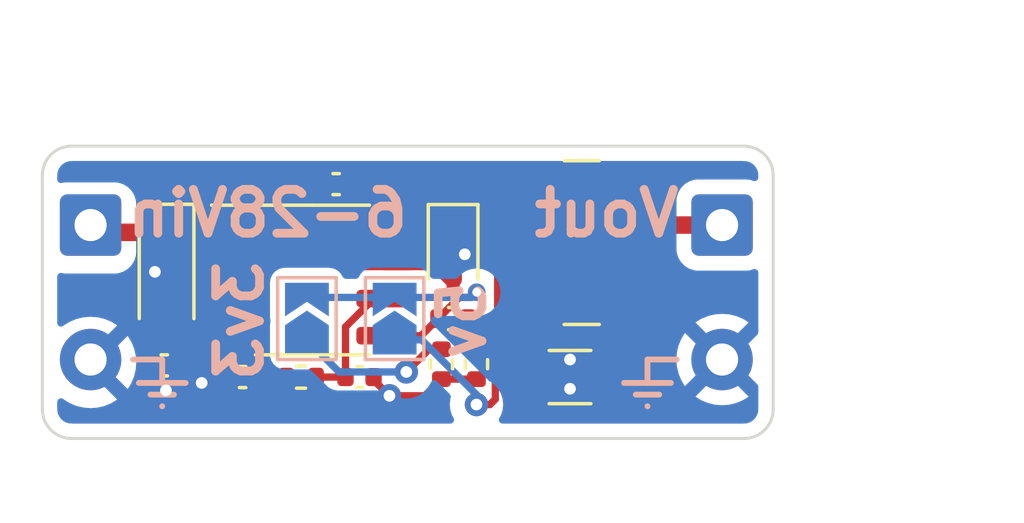
<source format=kicad_pcb>
(kicad_pcb (version 20241229) (generator "pcbnew") (generator_version "9.0")
  (layers (0 "F.Cu" signal) (2 "B.Cu" signal) (13 "F.Paste" user) (15 "B.Paste" user) (5 "F.SilkS" user "F.Silkscreen") (7 "B.SilkS" user "B.Silkscreen") (1 "F.Mask" user) (3 "B.Mask" user) (25 "Edge.Cuts" user))
  (net 0 "")
  (net 1 "Net-(C1-Pad1)")
  (net 2 "Net-(C1-Pad2)")
  (net 3 "VDD")
  (net 4 "GND")
  (net 5 "Net-(C4-Pad1)")
  (net 6 "Net-(C5-Pad1)")
  (net 7 "Net-(C6-Pad1)")
  (net 8 "Net-(JP1-Pad2)")
  (net 9 "Net-(JP1-Pad1)")
  (net 10 "Net-(JP2-Pad1)")
  (net 12 "/Vout")
  (footprint "Resistor_SMD:R_0402_1005Metric" (layer "F.Cu") (at 131.55 86.4 180)
    (property "Reference" "R1" (hide yes))
    (property "Value" "7.5k")
    (fp_line (start -0.153641 0.38) (end 0.153641 0.38) (stroke (width 0.12)) (layer "F.SilkS"))
    (fp_line (start -0.153641 -0.38) (end 0.153641 -0.38) (stroke (width 0.12)) (layer "F.SilkS"))
    (pad "1" smd roundrect (at -0.51 0 180) (size 0.54 0.64) (layers "F.Cu" "F.Mask" "F.Paste") (net 12 "/Vout"))
    (pad "2" smd roundrect (at 0.51 0 180) (size 0.54 0.64) (layers "F.Cu" "F.Mask" "F.Paste") (net 8 "Net-(JP1-Pad2)"))
  )
  (footprint "Inductor_SMD:L_TracoPower_TCK-047_5.2x5.8mm" (layer "F.Cu") (at 135.95 83.8)
    (property "Reference" "L1" (hide yes))
    (property "Value" "39mH")
    (fp_line (start -0.6 2.8) (end 0.6 2.8) (stroke (width 0.12)) (layer "F.SilkS"))
    (fp_line (start 0.6 -2.8) (end -0.6 -2.8) (stroke (width 0.12)) (layer "F.SilkS"))
    (pad "1" smd rect (at -1.925 0 90) (size 5.5 2.15) (layers "F.Cu" "F.Mask" "F.Paste") (net 2 "Net-(C1-Pad2)"))
    (pad "2" smd rect (at 1.925 0 90) (size 5.5 2.15) (layers "F.Cu" "F.Mask" "F.Paste") (net 12 "/Vout"))
  )
  (footprint "Connector_Wire:SolderWire-0.5sqmm_1x02_P4.6mm_D0.9mm_OD2.1mm" (layer "F.Cu") (at 140.75 83.2 -90)
    (property "Reference" "J2" (hide yes))
    (property "Value" "SolderWire")
    (pad "1" thru_hole roundrect (at 0 0 270) (size 2.1 2.1) (drill 1.1) (layers "*.Cu" "*.Mask") (roundrect_rratio 0.1190480952) (net 12 "/Vout"))
    (pad "2" thru_hole circle (at 4.6 0 270) (size 2.1 2.1) (drill 1.1) (layers "*.Cu" "*.Mask") (net 4 "GND"))
  )
  (footprint "Capacitor_SMD:C_1206_3216Metric" (layer "F.Cu") (at 135.55 88.4 180)
    (property "Reference" "C3" (hide yes))
    (property "Value" "22uF")
    (fp_line (start -0.711252 0.91) (end 0.711252 0.91) (stroke (width 0.12)) (layer "F.SilkS"))
    (fp_line (start -0.711252 -0.91) (end 0.711252 -0.91) (stroke (width 0.12)) (layer "F.SilkS"))
    (pad "1" smd roundrect (at -1.475 0 180) (size 1.15 1.8) (layers "F.Cu" "F.Mask" "F.Paste") (roundrect_rratio 0.2173913043) (net 12 "/Vout"))
    (pad "2" smd roundrect (at 1.475 0 180) (size 1.15 1.8) (layers "F.Cu" "F.Mask" "F.Paste") (roundrect_rratio 0.2173913043) (net 4 "GND"))
  )
  (footprint "Capacitor_Tantalum_SMD:CP_EIA-3216-10_Kemet-I" (layer "F.Cu") (at 121.75 84.8 -90)
    (property "Reference" "C2" (hide yes))
    (property "Value" "10uF")
    (fp_line (start -2.31 0.935) (end 1.6 0.935) (stroke (width 0.12)) (layer "F.SilkS"))
    (fp_line (start -2.31 -0.935) (end -2.31 0.935) (stroke (width 0.12)) (layer "F.SilkS"))
    (fp_line (start 1.6 -0.935) (end -2.31 -0.935) (stroke (width 0.12)) (layer "F.SilkS"))
    (pad "1" smd roundrect (at -1.35 0 270) (size 1.4 1.35) (layers "F.Cu" "F.Mask" "F.Paste") (roundrect_rratio 0.1851851852) (net 3 "VDD"))
    (pad "2" smd roundrect (at 1.35 0 270) (size 1.4 1.35) (layers "F.Cu" "F.Mask" "F.Paste") (roundrect_rratio 0.1851851852) (net 4 "GND"))
  )
  (footprint "Capacitor_SMD:C_0402_1005Metric" (layer "F.Cu") (at 124.35 88.4 180)
    (property "Reference" "C5" (hide yes))
    (property "Value" "22nF")
    (fp_line (start -0.107836 0.36) (end 0.107836 0.36) (stroke (width 0.12)) (layer "F.SilkS"))
    (fp_line (start -0.107836 -0.36) (end 0.107836 -0.36) (stroke (width 0.12)) (layer "F.SilkS"))
    (pad "1" smd roundrect (at -0.48 0 180) (size 0.56 0.62) (layers "F.Cu" "F.Mask" "F.Paste") (net 6 "Net-(C5-Pad1)"))
    (pad "2" smd roundrect (at 0.48 0 180) (size 0.56 0.62) (layers "F.Cu" "F.Mask" "F.Paste") (net 4 "GND"))
  )
  (footprint "Capacitor_SMD:C_0402_1005Metric" (layer "F.Cu") (at 127.55 81.8)
    (property "Reference" "C1" (hide yes))
    (property "Value" "100nF")
    (fp_line (start -0.107836 -0.36) (end 0.107836 -0.36) (stroke (width 0.12)) (layer "F.SilkS"))
    (fp_line (start -0.107836 0.36) (end 0.107836 0.36) (stroke (width 0.12)) (layer "F.SilkS"))
    (pad "1" smd roundrect (at -0.48 0) (size 0.56 0.62) (layers "F.Cu" "F.Mask" "F.Paste") (net 1 "Net-(C1-Pad1)"))
    (pad "2" smd roundrect (at 0.48 0) (size 0.56 0.62) (layers "F.Cu" "F.Mask" "F.Paste") (net 2 "Net-(C1-Pad2)"))
  )
  (footprint "Diode_SMD:D_SOD-323" (layer "F.Cu") (at 131.55 84 -90)
    (property "Reference" "D1" (hide yes))
    (property "Value" "1N5819WS")
    (fp_line (start -1.5 0.85) (end 1.05 0.85) (stroke (width 0.12)) (layer "F.SilkS"))
    (fp_line (start -1.5 -0.85) (end -1.5 0.85) (stroke (width 0.12)) (layer "F.SilkS"))
    (fp_line (start -1.5 -0.85) (end 1.05 -0.85) (stroke (width 0.12)) (layer "F.SilkS"))
    (pad "1" smd rect (at -1.05 0 270) (size 0.6 0.45) (layers "F.Cu" "F.Mask" "F.Paste") (net 2 "Net-(C1-Pad2)"))
    (pad "2" smd rect (at 1.05 0 270) (size 0.6 0.45) (layers "F.Cu" "F.Mask" "F.Paste") (net 4 "GND"))
  )
  (footprint "Resistor_SMD:R_0402_1005Metric" (layer "F.Cu") (at 132.35 87.96 -90)
    (property "Reference" "R4" (hide yes))
    (property "Value" "1.5k")
    (fp_line (start -0.153641 0.38) (end 0.153641 0.38) (stroke (width 0.12)) (layer "F.SilkS"))
    (fp_line (start -0.153641 -0.38) (end 0.153641 -0.38) (stroke (width 0.12)) (layer "F.SilkS"))
    (pad "1" smd roundrect (at -0.51 0 270) (size 0.54 0.64) (layers "F.Cu" "F.Mask" "F.Paste") (net 9 "Net-(JP1-Pad1)"))
    (pad "2" smd roundrect (at 0.51 0 270) (size 0.54 0.64) (layers "F.Cu" "F.Mask" "F.Paste") (net 4 "GND"))
  )
  (footprint "Package_SO:SOIC-8_3.9x4.9mm_P1.27mm" (layer "F.Cu") (at 126.74 85.08 90)
    (property "Reference" "U1" (hide yes))
    (property "Value" "TPS54331")
    (fp_line (start 2.56 0) (end 2.56 -3.45) (stroke (width 0.12)) (layer "F.SilkS"))
    (fp_line (start 2.56 0) (end 2.56 1.95) (stroke (width 0.12)) (layer "F.SilkS"))
    (fp_line (start -2.56 0) (end -2.56 -1.95) (stroke (width 0.12)) (layer "F.SilkS"))
    (fp_line (start -2.56 0) (end -2.56 1.95) (stroke (width 0.12)) (layer "F.SilkS"))
    (pad "1" smd roundrect (at 1.905 -2.475) (size 1.95 0.6) (layers "F.Cu" "F.Mask" "F.Paste") (net 1 "Net-(C1-Pad1)"))
    (pad "2" smd roundrect (at 0.635 -2.475) (size 1.95 0.6) (layers "F.Cu" "F.Mask" "F.Paste") (net 3 "VDD"))
    (pad "3" smd roundrect (at -0.635 -2.475) (size 1.95 0.6) (layers "F.Cu" "F.Mask" "F.Paste"))
    (pad "4" smd roundrect (at -1.905 -2.475) (size 1.95 0.6) (layers "F.Cu" "F.Mask" "F.Paste") (net 7 "Net-(C6-Pad1)"))
    (pad "5" smd roundrect (at -1.905 2.475) (size 1.95 0.6) (layers "F.Cu" "F.Mask" "F.Paste") (net 8 "Net-(JP1-Pad2)"))
    (pad "6" smd roundrect (at -0.635 2.475) (size 1.95 0.6) (layers "F.Cu" "F.Mask" "F.Paste") (net 5 "Net-(C4-Pad1)"))
    (pad "7" smd roundrect (at 0.635 2.475) (size 1.95 0.6) (layers "F.Cu" "F.Mask" "F.Paste") (net 4 "GND"))
    (pad "8" smd roundrect (at 1.905 2.475) (size 1.95 0.6) (layers "F.Cu" "F.Mask" "F.Paste") (net 2 "Net-(C1-Pad2)"))
  )
  (footprint "Capacitor_SMD:C_0402_1005Metric" (layer "F.Cu") (at 121.67 88 180)
    (property "Reference" "C6" (hide yes))
    (property "Value" "8.2nF")
    (fp_line (start -0.107836 0.36) (end 0.107836 0.36) (stroke (width 0.12)) (layer "F.SilkS"))
    (fp_line (start -0.107836 -0.36) (end 0.107836 -0.36) (stroke (width 0.12)) (layer "F.SilkS"))
    (pad "1" smd roundrect (at -0.48 0 180) (size 0.56 0.62) (layers "F.Cu" "F.Mask" "F.Paste") (net 7 "Net-(C6-Pad1)"))
    (pad "2" smd roundrect (at 0.48 0 180) (size 0.56 0.62) (layers "F.Cu" "F.Mask" "F.Paste") (net 4 "GND"))
  )
  (footprint "Capacitor_SMD:C_0402_1005Metric" (layer "F.Cu") (at 128.35 88.4)
    (property "Reference" "C4" (hide yes))
    (property "Value" "33nF")
    (fp_line (start -0.107836 -0.36) (end 0.107836 -0.36) (stroke (width 0.12)) (layer "F.SilkS"))
    (fp_line (start -0.107836 0.36) (end 0.107836 0.36) (stroke (width 0.12)) (layer "F.SilkS"))
    (pad "1" smd roundrect (at -0.48 0) (size 0.56 0.62) (layers "F.Cu" "F.Mask" "F.Paste") (net 5 "Net-(C4-Pad1)"))
    (pad "2" smd roundrect (at 0.48 0) (size 0.56 0.62) (layers "F.Cu" "F.Mask" "F.Paste") (net 4 "GND"))
  )
  (footprint "Connector_Wire:SolderWire-0.5sqmm_1x02_P4.6mm_D0.9mm_OD2.1mm" (layer "F.Cu") (at 119.15 83.2 -90)
    (property "Reference" "J1" (hide yes))
    (property "Value" "SolderWire")
    (pad "1" thru_hole roundrect (at 0 0 270) (size 2.1 2.1) (drill 1.1) (layers "*.Cu" "*.Mask") (roundrect_rratio 0.1190480952) (net 3 "VDD"))
    (pad "2" thru_hole circle (at 4.6 0 270) (size 2.1 2.1) (drill 1.1) (layers "*.Cu" "*.Mask") (net 4 "GND"))
  )
  (footprint "Resistor_SMD:R_0402_1005Metric" (layer "F.Cu") (at 131.15 87.96 -90)
    (property "Reference" "R3" (hide yes))
    (property "Value" "2.4k")
    (fp_line (start -0.153641 0.38) (end 0.153641 0.38) (stroke (width 0.12)) (layer "F.SilkS"))
    (fp_line (start -0.153641 -0.38) (end 0.153641 -0.38) (stroke (width 0.12)) (layer "F.SilkS"))
    (pad "1" smd roundrect (at -0.51 0 270) (size 0.54 0.64) (layers "F.Cu" "F.Mask" "F.Paste") (net 10 "Net-(JP2-Pad1)"))
    (pad "2" smd roundrect (at 0.51 0 270) (size 0.54 0.64) (layers "F.Cu" "F.Mask" "F.Paste") (net 4 "GND"))
  )
  (footprint "Resistor_SMD:R_0402_1005Metric" (layer "F.Cu") (at 126.35 88.4 180)
    (property "Reference" "R2" (hide yes))
    (property "Value" "100R")
    (fp_line (start -0.153641 0.38) (end 0.153641 0.38) (stroke (width 0.12)) (layer "F.SilkS"))
    (fp_line (start -0.153641 -0.38) (end 0.153641 -0.38) (stroke (width 0.12)) (layer "F.SilkS"))
    (pad "1" smd roundrect (at -0.51 0 180) (size 0.54 0.64) (layers "F.Cu" "F.Mask" "F.Paste") (net 5 "Net-(C4-Pad1)"))
    (pad "2" smd roundrect (at 0.51 0 180) (size 0.54 0.64) (layers "F.Cu" "F.Mask" "F.Paste") (net 6 "Net-(C5-Pad1)"))
  )
  (footprint "Jumper:SolderJumper-2_P1.3mm_Open_TrianglePad1.0x1.5mm" (layer "B.Cu") (at 126.55 86.4 90)
    (property "Reference" "JP2" (hide yes))
    (property "Value" "Sj")
    (fp_line (start 1.4 -1) (end -1.4 -1) (stroke (width 0.12)) (layer "B.SilkS"))
    (fp_line (start -1.4 -1) (end -1.4 1) (stroke (width 0.12)) (layer "B.SilkS"))
    (fp_line (start 1.4 1) (end 1.4 -1) (stroke (width 0.12)) (layer "B.SilkS"))
    (fp_line (start -1.4 1) (end 1.4 1) (stroke (width 0.12)) (layer "B.SilkS"))
    (pad "1" smd custom (at -0.725 0 90) (size 0.3 0.3) (layers "B.Cu" "B.Mask") (net 10 "Net-(JP2-Pad1)") (options (clearance outline) (anchor rect)) (primitives (gr_poly (pts (xy 1 0) (xy 0.5 0.75) (xy -0.5 0.75) (xy -0.5 -0.75) (xy 0.5 -0.75)) (width 0) (fill yes))))
    (pad "2" smd custom (at 0.725 0 90) (size 0.3 0.3) (layers "B.Cu" "B.Mask") (net 8 "Net-(JP1-Pad2)") (options (clearance outline) (anchor rect)) (primitives (gr_poly (pts (xy 0.5 0.75) (xy -0.65 0.75) (xy -0.15 0) (xy -0.65 -0.75) (xy 0.5 -0.75)) (width 0) (fill yes))))
  )
  (footprint "Jumper:SolderJumper-2_P1.3mm_Open_TrianglePad1.0x1.5mm" (layer "B.Cu") (at 129.55 86.4 90)
    (property "Reference" "JP1" (hide yes))
    (property "Value" "Sj")
    (fp_line (start 1.4 -1) (end -1.4 -1) (stroke (width 0.12)) (layer "B.SilkS"))
    (fp_line (start -1.4 -1) (end -1.4 1) (stroke (width 0.12)) (layer "B.SilkS"))
    (fp_line (start 1.4 1) (end 1.4 -1) (stroke (width 0.12)) (layer "B.SilkS"))
    (fp_line (start -1.4 1) (end 1.4 1) (stroke (width 0.12)) (layer "B.SilkS"))
    (pad "1" smd custom (at -0.725 0 90) (size 0.3 0.3) (layers "B.Cu" "B.Mask") (net 9 "Net-(JP1-Pad1)") (options (clearance outline) (anchor rect)) (primitives (gr_poly (pts (xy 1 0) (xy 0.5 0.75) (xy -0.5 0.75) (xy -0.5 -0.75) (xy 0.5 -0.75)) (width 0) (fill yes))))
    (pad "2" smd custom (at 0.725 0 90) (size 0.3 0.3) (layers "B.Cu" "B.Mask") (net 8 "Net-(JP1-Pad2)") (options (clearance outline) (anchor rect)) (primitives (gr_poly (pts (xy 0.5 0.75) (xy -0.65 0.75) (xy -0.15 0) (xy -0.65 -0.75) (xy 0.5 -0.75)) (width 0) (fill yes))))
  )
  (gr_line (start 121.2 89) (end 122 89) (stroke (width 0.2)) (layer "B.SilkS"))
  (gr_line (start 138.2 87.8) (end 138.2 88.6) (stroke (width 0.2)) (layer "B.SilkS"))
  (gr_line (start 138.2 89.4) (end 138.2 89.4) (stroke (width 0.2)) (layer "B.SilkS"))
  (gr_line (start 139 88.6) (end 137.4 88.6) (stroke (width 0.2)) (layer "B.SilkS"))
  (gr_line (start 121.6 87.8) (end 121.6 88.6) (stroke (width 0.2)) (layer "B.SilkS"))
  (gr_line (start 122.4 88.6) (end 120.8 88.6) (stroke (width 0.2)) (layer "B.SilkS"))
  (gr_line (start 121.6 89.4) (end 121.6 89.4) (stroke (width 0.2)) (layer "B.SilkS"))
  (gr_line (start 120.6 87.8) (end 121.6 87.8) (stroke (width 0.2)) (layer "B.SilkS"))
  (gr_line (start 137.8 89) (end 138.6 89) (stroke (width 0.2)) (layer "B.SilkS"))
  (gr_line (start 138.2 87.8) (end 139.2 87.8) (stroke (width 0.2)) (layer "B.SilkS"))
  (gr_arc (start 141.5 80.5) (mid 142.207107 80.792893) (end 142.5 81.5) (stroke (width 0.1)) (layer "Edge.Cuts"))
  (gr_line (start 142.5 89.5) (end 142.5 81.5) (stroke (width 0.1)) (layer "Edge.Cuts"))
  (gr_line (start 118.5 90.5) (end 141.5 90.5) (stroke (width 0.1)) (layer "Edge.Cuts"))
  (gr_line (start 117.5 81.5) (end 117.5 89.5) (stroke (width 0.1)) (layer "Edge.Cuts"))
  (gr_line (start 141.5 80.5) (end 118.5 80.5) (stroke (width 0.1)) (layer "Edge.Cuts"))
  (gr_arc (start 142.5 89.5) (mid 142.207107 90.207107) (end 141.5 90.5) (stroke (width 0.1)) (layer "Edge.Cuts"))
  (gr_arc (start 117.5 81.5) (mid 117.792893 80.792893) (end 118.5 80.5) (stroke (width 0.1)) (layer "Edge.Cuts"))
  (gr_arc (start 118.5 90.5) (mid 117.792893 90.207107) (end 117.5 89.5) (stroke (width 0.1)) (layer "Edge.Cuts"))
  (gr_text "5v" (at 131.86 86.45 90) (layer "B.SilkS") (effects (font (size 1.5 1.5) (thickness 0.3)) (justify mirror)))
  (gr_text "Vout" (at 136.8 82.8 0) (layer "B.SilkS") (effects (font (size 1.5 1.5) (thickness 0.3)) (justify mirror)))
  (gr_text "6-28Vin" (at 125.2 82.8 0) (layer "B.SilkS") (effects (font (size 1.5 1.5) (thickness 0.3)) (justify mirror)))
  (gr_text "3v3" (at 124.25 86.48 90) (layer "B.SilkS") (effects (font (size 1.5 1.5) (thickness 0.3)) (justify mirror)))
  (segment (start 127.07 81.8) (end 126.55 81.8) (width 0.25) (layer "F.Cu") (net 1))
  (segment (start 125.175 83.175) (end 124.265 83.175) (width 0.25) (layer "F.Cu") (net 1))
  (segment (start 126.55 81.8) (end 125.175 83.175) (width 0.25) (layer "F.Cu") (net 1))
  (segment (start 131.55 82.95) (end 130.8 82.95) (width 0.6) (layer "F.Cu") (net 2))
  (segment (start 128.03 81.99) (end 129.215 83.175) (width 0.25) (layer "F.Cu") (net 2))
  (segment (start 130.8 82.95) (end 130.55 83.2) (width 0.6) (layer "F.Cu") (net 2))
  (segment (start 132.175 82.95) (end 133.825 84.6) (width 0.6) (layer "F.Cu") (net 2))
  (segment (start 128.03 81.8) (end 128.03 81.99) (width 0.25) (layer "F.Cu") (net 2))
  (segment (start 129.24 83.2) (end 129.215 83.175) (width 0.6) (layer "F.Cu") (net 2))
  (segment (start 130.55 83.2) (end 129.24 83.2) (width 0.6) (layer "F.Cu") (net 2))
  (segment (start 131.55 82.95) (end 132.175 82.95) (width 0.6) (layer "F.Cu") (net 2))
  (segment (start 119.4 83.45) (end 119.15 83.2) (width 0.6) (layer "F.Cu") (net 3))
  (segment (start 121.5 83.7) (end 121.75 83.45) (width 0.6) (layer "F.Cu") (net 3))
  (segment (start 122.745 84.445) (end 121.75 83.45) (width 0.6) (layer "F.Cu") (net 3))
  (segment (start 124.265 84.445) (end 122.745 84.445) (width 0.6) (layer "F.Cu") (net 3))
  (segment (start 121.75 83.45) (end 119.4 83.45) (width 0.6) (layer "F.Cu") (net 3))
  (segment (start 130.945 84.445) (end 131.55 85.05) (width 0.6) (layer "F.Cu") (net 4))
  (segment (start 131.15 88.47) (end 130.579571 89.040429) (width 0.25) (layer "F.Cu") (net 4))
  (segment (start 129.215 84.445) (end 130.945 84.445) (width 0.6) (layer "F.Cu") (net 4))
  (segment (start 123.15 88.4) (end 122.95 88.6) (width 0.25) (layer "F.Cu") (net 4))
  (segment (start 128.83 88.497721) (end 129.372708 89.040429) (width 0.25) (layer "F.Cu") (net 4))
  (segment (start 121.19 88) (end 121.19 88.315685) (width 0.25) (layer "F.Cu") (net 4))
  (segment (start 131.55 85.05) (end 131.55 84.6) (width 0.6) (layer "F.Cu") (net 4))
  (segment (start 121.75 86.15) (end 121.75 85.2) (width 0.25) (layer "F.Cu") (net 4))
  (segment (start 128.83 88.4) (end 128.83 88.497721) (width 0.25) (layer "F.Cu") (net 4))
  (segment (start 123.87 88.4) (end 123.15 88.4) (width 0.25) (layer "F.Cu") (net 4))
  (segment (start 130.579571 89.040429) (end 129.372708 89.040429) (width 0.25) (layer "F.Cu") (net 4))
  (segment (start 121.19 88.315685) (end 121.72789 88.853575) (width 0.25) (layer "F.Cu") (net 4))
  (segment (start 131.55 84.6) (end 131.95 84.2) (width 0.6) (layer "F.Cu") (net 4))
  (segment (start 131.15 88.47) (end 132.35 88.47) (width 0.25) (layer "F.Cu") (net 4))
  (segment (start 121.75 85.2) (end 121.35 84.8) (width 0.25) (layer "F.Cu") (net 4))
  (via (at 122.95 88.6) (size 0.8) (drill 0.4) (layers "F.Cu" "B.Cu") (net 4))
  (via (at 135.55 88.8) (size 0.8) (drill 0.4) (layers "F.Cu" "B.Cu") (net 4))
  (via (at 129.372708 89.040429) (size 0.8) (drill 0.4) (layers "F.Cu" "B.Cu") (net 4))
  (via (at 131.95 84.2) (size 0.8) (drill 0.4) (layers "F.Cu" "B.Cu") (net 4))
  (via (at 121.72789 88.853575) (size 0.8) (drill 0.4) (layers "F.Cu" "B.Cu") (net 4))
  (via (at 121.35 84.8) (size 0.8) (drill 0.4) (layers "F.Cu" "B.Cu") (net 4))
  (via (at 135.55 87.8) (size 0.8) (drill 0.4) (layers "F.Cu" "B.Cu") (net 4))
  (segment (start 128.838928 85.715) (end 129.215 85.715) (width 0.25) (layer "F.Cu") (net 5))
  (segment (start 127.87 88.4) (end 127.87 86.683928) (width 0.25) (layer "F.Cu") (net 5))
  (segment (start 126.86 88.4) (end 127.87 88.4) (width 0.25) (layer "F.Cu") (net 5))
  (segment (start 127.87 86.683928) (end 128.838928 85.715) (width 0.25) (layer "F.Cu") (net 5))
  (segment (start 124.83 88.4) (end 125.84 88.4) (width 0.25) (layer "F.Cu") (net 6))
  (segment (start 123.165 86.985) (end 124.265 86.985) (width 0.25) (layer "F.Cu") (net 7))
  (segment (start 122.15 88) (end 123.165 86.985) (width 0.25) (layer "F.Cu") (net 7))
  (segment (start 131.765489 85.674511) (end 131.04 86.4) (width 0.25) (layer "F.Cu") (net 8))
  (segment (start 132.355861 85.498331) (end 132.179681 85.674511) (width 0.25) (layer "F.Cu") (net 8))
  (segment (start 129.215 86.985) (end 130.455 86.985) (width 0.25) (layer "F.Cu") (net 8))
  (segment (start 130.455 86.985) (end 131.04 86.4) (width 0.25) (layer "F.Cu") (net 8))
  (segment (start 132.179681 85.674511) (end 131.765489 85.674511) (width 0.25) (layer "F.Cu") (net 8))
  (via (at 132.355861 85.498331) (size 0.6) (drill 0.3) (layers "F.Cu" "B.Cu") (net 8))
  (segment (start 132.355861 85.498331) (end 132.179192 85.675) (width 0.25) (layer "B.Cu") (net 8))
  (segment (start 129.55 85.675) (end 126.55 85.675) (width 0.25) (layer "B.Cu") (net 8))
  (segment (start 132.179192 85.675) (end 129.55 85.675) (width 0.25) (layer "B.Cu") (net 8))
  (segment (start 132.725339 87.87548) (end 132.35 87.87548) (width 0.25) (layer "F.Cu") (net 9))
  (segment (start 132.99452 89.15548) (end 132.99452 88.144661) (width 0.25) (layer "F.Cu") (net 9))
  (segment (start 132.35 89.3395) (end 132.8105 89.3395) (width 0.25) (layer "F.Cu") (net 9))
  (segment (start 132.8105 89.3395) (end 132.99452 89.15548) (width 0.25) (layer "F.Cu") (net 9))
  (segment (start 132.99452 88.144661) (end 132.725339 87.87548) (width 0.25) (layer "F.Cu") (net 9))
  (segment (start 132.35 87.87548) (end 132.35 87.45) (width 0.25) (layer "F.Cu") (net 9))
  (via (at 132.35 89.3395) (size 0.8) (drill 0.4) (layers "F.Cu" "B.Cu") (net 9))
  (segment (start 132.35 89) (end 130.475 87.125) (width 0.25) (layer "B.Cu") (net 9))
  (segment (start 132.35 89.3395) (end 132.35 89) (width 0.25) (layer "B.Cu") (net 9))
  (segment (start 130.475 87.125) (end 129.55 87.125) (width 0.25) (layer "B.Cu") (net 9))
  (segment (start 130.7245 87.45) (end 129.95 88.2245) (width 0.25) (layer "F.Cu") (net 10))
  (segment (start 131.15 87.45) (end 130.7245 87.45) (width 0.25) (layer "F.Cu") (net 10))
  (via (at 129.95 88.2245) (size 0.8) (drill 0.4) (layers "F.Cu" "B.Cu") (net 10))
  (segment (start 127.6495 88.2245) (end 126.55 87.125) (width 0.25) (layer "B.Cu") (net 10))
  (segment (start 129.95 88.2245) (end 127.6495 88.2245) (width 0.25) (layer "B.Cu") (net 10))
  (segment (start 137.025 87.875) (end 137.025 88.4) (width 0.25) (layer "F.Cu") (net 12))
  (segment (start 140.75 83.2) (end 138.475 83.2) (width 0.6) (layer "F.Cu") (net 12))
  (segment (start 136.15 87) (end 137.025 87.875) (width 0.25) (layer "F.Cu") (net 12))
  (segment (start 132.275489 86.4) (end 132.875489 87) (width 0.25) (layer "F.Cu") (net 12))
  (segment (start 132.875489 87) (end 136.15 87) (width 0.25) (layer "F.Cu") (net 12))
  (segment (start 138.475 83.2) (end 137.875 83.8) (width 0.6) (layer "F.Cu") (net 12))
  (segment (start 132.06 86.4) (end 132.275489 86.4) (width 0.25) (layer "F.Cu") (net 12))
  (segment (start 137.875 83.8) (end 137.875 87.55) (width 0.6) (layer "F.Cu") (net 12))
  (segment (start 137.875 87.55) (end 137.025 88.4) (width 0.6) (layer "F.Cu") (net 12))
  (zone (net 4) (net_name "GND") (layer "F.Cu") (connect_pads yes (clearance 0.508)) (min_thickness 0.254) (fill yes (thermal_gap 0.508) (thermal_bridge_width 0.508))
    (polygon (pts (xy 136.15 89.6) (xy 133.35 89.6) (xy 133.35 87.2) (xy 136.15 87.2)))
  )
  (zone (net 4) (net_name "GND") (layer "B.Cu") (connect_pads (clearance 0.508)) (min_thickness 0.254) (fill yes (thermal_gap 0.508) (thermal_bridge_width 0.508))
    (polygon (pts (xy 143.2 93.4) (xy 116.2 93.4) (xy 116.2 78.4) (xy 143.2 78.4)))
  )
)
</source>
